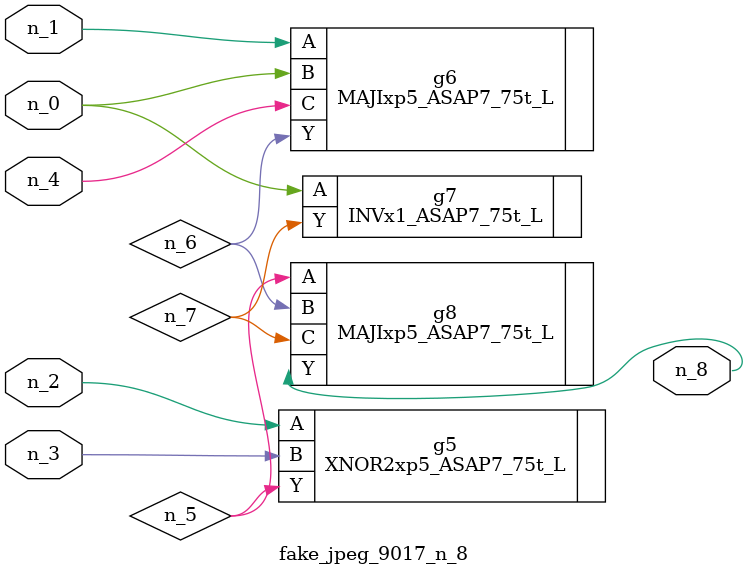
<source format=v>
module fake_jpeg_9017_n_8 (n_3, n_2, n_1, n_0, n_4, n_8);

input n_3;
input n_2;
input n_1;
input n_0;
input n_4;

output n_8;

wire n_6;
wire n_5;
wire n_7;

XNOR2xp5_ASAP7_75t_L g5 ( 
.A(n_2),
.B(n_3),
.Y(n_5)
);

MAJIxp5_ASAP7_75t_L g6 ( 
.A(n_1),
.B(n_0),
.C(n_4),
.Y(n_6)
);

INVx1_ASAP7_75t_L g7 ( 
.A(n_0),
.Y(n_7)
);

MAJIxp5_ASAP7_75t_L g8 ( 
.A(n_5),
.B(n_6),
.C(n_7),
.Y(n_8)
);


endmodule
</source>
